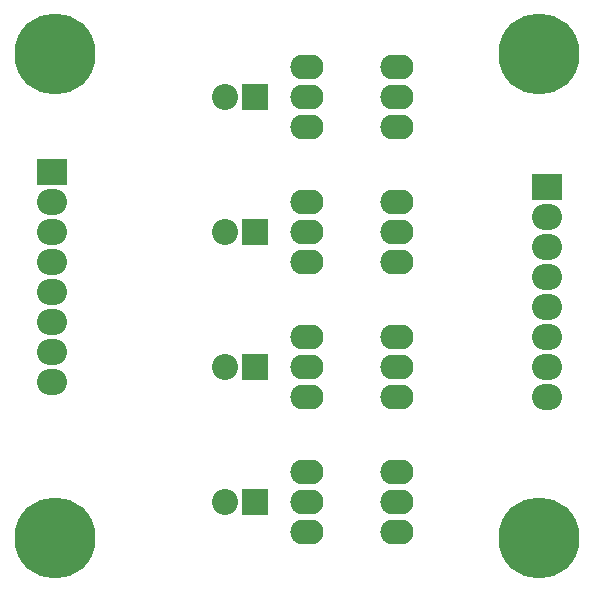
<source format=gbr>
G04 #@! TF.FileFunction,Soldermask,Bot*
%FSLAX46Y46*%
G04 Gerber Fmt 4.6, Leading zero omitted, Abs format (unit mm)*
G04 Created by KiCad (PCBNEW (after 2015-mar-04 BZR unknown)-product) date 6/9/2017 12:20:57 PM*
%MOMM*%
G01*
G04 APERTURE LIST*
%ADD10C,0.150000*%
%ADD11O,2.808000X2.108000*%
%ADD12R,2.540000X2.235200*%
%ADD13O,2.540000X2.235200*%
%ADD14C,6.858000*%
%ADD15R,2.208000X2.208000*%
%ADD16O,2.208000X2.208000*%
G04 APERTURE END LIST*
D10*
D11*
X25340000Y-5090000D03*
X25340000Y-7630000D03*
X25340000Y-10170000D03*
X32960000Y-10170000D03*
X32960000Y-7630000D03*
X32960000Y-5090000D03*
X25340000Y-16520000D03*
X25340000Y-19060000D03*
X25340000Y-21600000D03*
X32960000Y-21600000D03*
X32960000Y-19060000D03*
X32960000Y-16520000D03*
X25400000Y-27940000D03*
X25400000Y-30480000D03*
X25400000Y-33020000D03*
X33020000Y-33020000D03*
X33020000Y-30480000D03*
X33020000Y-27940000D03*
X25340000Y-39380000D03*
X25340000Y-41920000D03*
X25340000Y-44460000D03*
X32960000Y-44460000D03*
X32960000Y-41920000D03*
X32960000Y-39380000D03*
D12*
X3750000Y-13980000D03*
D13*
X3750000Y-16520000D03*
X3750000Y-19060000D03*
X3750000Y-21600000D03*
X3750000Y-24140000D03*
X3750000Y-26680000D03*
X3750000Y-29220000D03*
X3750000Y-31760000D03*
D12*
X45660000Y-15250000D03*
D13*
X45660000Y-17790000D03*
X45660000Y-20330000D03*
X45660000Y-22870000D03*
X45660000Y-25410000D03*
X45660000Y-27950000D03*
X45660000Y-30490000D03*
X45660000Y-33030000D03*
D14*
X4000000Y-4000000D03*
X45000000Y-4000000D03*
X4000000Y-45000000D03*
X45000000Y-45000000D03*
D15*
X20955000Y-7620000D03*
D16*
X18415000Y-7620000D03*
D15*
X20955000Y-19050000D03*
D16*
X18415000Y-19050000D03*
D15*
X20955000Y-30480000D03*
D16*
X18415000Y-30480000D03*
D15*
X20955000Y-41910000D03*
D16*
X18415000Y-41910000D03*
M02*

</source>
